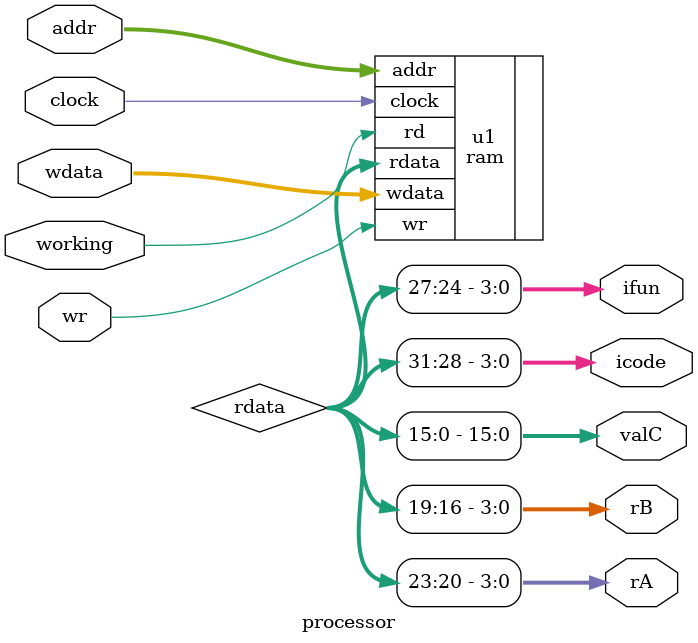
<source format=v>
`timescale 1ns / 1ns
module processor
(
    input clock,
    input [8:0] addr,
    input wr,
    input [31:0] wdata,
    input working,
    output [3:0] icode,
    output [3:0] ifun,
    output [3:0] rA,
    output [3:0] rB,
    output [15:0] valC
);

wire [31:0] rdata;

ram u1 (
    .clock(clock), 		
	.addr(addr), 
	.wr(wr),
	.wdata(wdata),
	.rd(working),
	.rdata(rdata[31:0])
);

assign icode = rdata[31:28];
assign ifun = rdata[27:24];
assign rA = rdata[23:20];
assign rB = rdata[19:16];
assign valC = rdata[15:0];

endmodule
</source>
